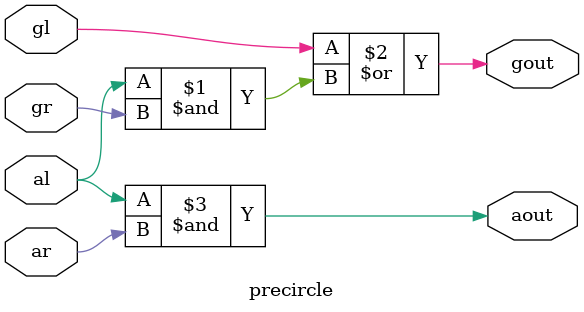
<source format=v>
/*
Computer Architecture Lab 2 - 08-01-2018
	Assignment : Floating Point Multiplier
	Module : Circle Block for Prefix Adder
		-- Eshita Arza	(COE15B013)
		-- Akshay Kumar	(CED15I031)
*/

module precircle(gl, al, gr, ar, gout, aout);

	input gl, al, gr, ar;
	output gout, aout;

	assign gout = gl | al & gr;
	assign aout = al & ar;

endmodule // precircle
</source>
